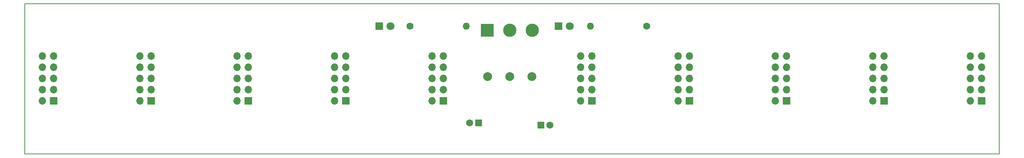
<source format=gbs>
G04 #@! TF.GenerationSoftware,KiCad,Pcbnew,(6.0.1)*
G04 #@! TF.CreationDate,2022-09-12T09:43:39+02:00*
G04 #@! TF.ProjectId,Distrib,44697374-7269-4622-9e6b-696361645f70,rev?*
G04 #@! TF.SameCoordinates,Original*
G04 #@! TF.FileFunction,Soldermask,Bot*
G04 #@! TF.FilePolarity,Negative*
%FSLAX46Y46*%
G04 Gerber Fmt 4.6, Leading zero omitted, Abs format (unit mm)*
G04 Created by KiCad (PCBNEW (6.0.1)) date 2022-09-12 09:43:39*
%MOMM*%
%LPD*%
G01*
G04 APERTURE LIST*
G04 #@! TA.AperFunction,Profile*
%ADD10C,0.150000*%
G04 #@! TD*
%ADD11R,1.700000X1.700000*%
%ADD12O,1.700000X1.700000*%
%ADD13R,1.800000X1.800000*%
%ADD14C,1.800000*%
%ADD15C,1.600000*%
%ADD16O,1.600000X1.600000*%
%ADD17C,2.000000*%
%ADD18R,3.000000X3.000000*%
%ADD19C,3.000000*%
%ADD20R,1.600000X1.600000*%
G04 APERTURE END LIST*
D10*
X251000000Y-54000000D02*
X31000000Y-54000000D01*
X251000000Y-54000000D02*
X251000000Y-88000000D01*
X31000000Y-88000000D02*
X251000000Y-88000000D01*
X31000000Y-54000000D02*
X31000000Y-88000000D01*
D11*
X37500000Y-76000000D03*
D12*
X34960000Y-76000000D03*
X37500000Y-73460000D03*
X34960000Y-73460000D03*
X37500000Y-70920000D03*
X34960000Y-70920000D03*
X37500000Y-68380000D03*
X34960000Y-68380000D03*
X37500000Y-65840000D03*
X34960000Y-65840000D03*
D11*
X247000000Y-76000000D03*
D12*
X244460000Y-76000000D03*
X247000000Y-73460000D03*
X244460000Y-73460000D03*
X247000000Y-70920000D03*
X244460000Y-70920000D03*
X247000000Y-68380000D03*
X244460000Y-68380000D03*
X247000000Y-65840000D03*
X244460000Y-65840000D03*
D13*
X111000000Y-59000000D03*
D14*
X113540000Y-59000000D03*
D11*
X181000000Y-76000000D03*
D12*
X178460000Y-76000000D03*
X181000000Y-73460000D03*
X178460000Y-73460000D03*
X181000000Y-70920000D03*
X178460000Y-70920000D03*
X181000000Y-68380000D03*
X178460000Y-68380000D03*
X181000000Y-65840000D03*
X178460000Y-65840000D03*
D11*
X203000000Y-76000000D03*
D12*
X200460000Y-76000000D03*
X203000000Y-73460000D03*
X200460000Y-73460000D03*
X203000000Y-70920000D03*
X200460000Y-70920000D03*
X203000000Y-68380000D03*
X200460000Y-68380000D03*
X203000000Y-65840000D03*
X200460000Y-65840000D03*
D11*
X125500000Y-76000000D03*
D12*
X122960000Y-76000000D03*
X125500000Y-73460000D03*
X122960000Y-73460000D03*
X125500000Y-70920000D03*
X122960000Y-70920000D03*
X125500000Y-68380000D03*
X122960000Y-68380000D03*
X125500000Y-65840000D03*
X122960000Y-65840000D03*
D11*
X159000000Y-76000000D03*
D12*
X156460000Y-76000000D03*
X159000000Y-73460000D03*
X156460000Y-73460000D03*
X159000000Y-70920000D03*
X156460000Y-70920000D03*
X159000000Y-68380000D03*
X156460000Y-68380000D03*
X159000000Y-65840000D03*
X156460000Y-65840000D03*
D11*
X103500000Y-76000000D03*
D12*
X100960000Y-76000000D03*
X103500000Y-73460000D03*
X100960000Y-73460000D03*
X103500000Y-70920000D03*
X100960000Y-70920000D03*
X103500000Y-68380000D03*
X100960000Y-68380000D03*
X103500000Y-65840000D03*
X100960000Y-65840000D03*
D11*
X225000000Y-76000000D03*
D12*
X222460000Y-76000000D03*
X225000000Y-73460000D03*
X222460000Y-73460000D03*
X225000000Y-70920000D03*
X222460000Y-70920000D03*
X225000000Y-68380000D03*
X222460000Y-68380000D03*
X225000000Y-65840000D03*
X222460000Y-65840000D03*
D15*
X117925000Y-59000000D03*
D16*
X130625000Y-59000000D03*
D17*
X140500000Y-70500000D03*
X145500000Y-70500000D03*
D11*
X59500000Y-76000000D03*
D12*
X56960000Y-76000000D03*
X59500000Y-73460000D03*
X56960000Y-73460000D03*
X59500000Y-70920000D03*
X56960000Y-70920000D03*
X59500000Y-68380000D03*
X56960000Y-68380000D03*
X59500000Y-65840000D03*
X56960000Y-65840000D03*
D17*
X135500000Y-70500000D03*
D13*
X151500000Y-59000000D03*
D14*
X154040000Y-59000000D03*
D11*
X81500000Y-76000000D03*
D12*
X78960000Y-76000000D03*
X81500000Y-73460000D03*
X78960000Y-73460000D03*
X81500000Y-70920000D03*
X78960000Y-70920000D03*
X81500000Y-68380000D03*
X78960000Y-68380000D03*
X81500000Y-65840000D03*
X78960000Y-65840000D03*
D15*
X171350000Y-59000000D03*
D16*
X158650000Y-59000000D03*
D18*
X135420000Y-60000000D03*
D19*
X140500000Y-60000000D03*
X145580000Y-60000000D03*
D20*
X133455113Y-81000000D03*
D15*
X131455113Y-81000000D03*
D20*
X147544888Y-81500000D03*
D15*
X149544888Y-81500000D03*
M02*

</source>
